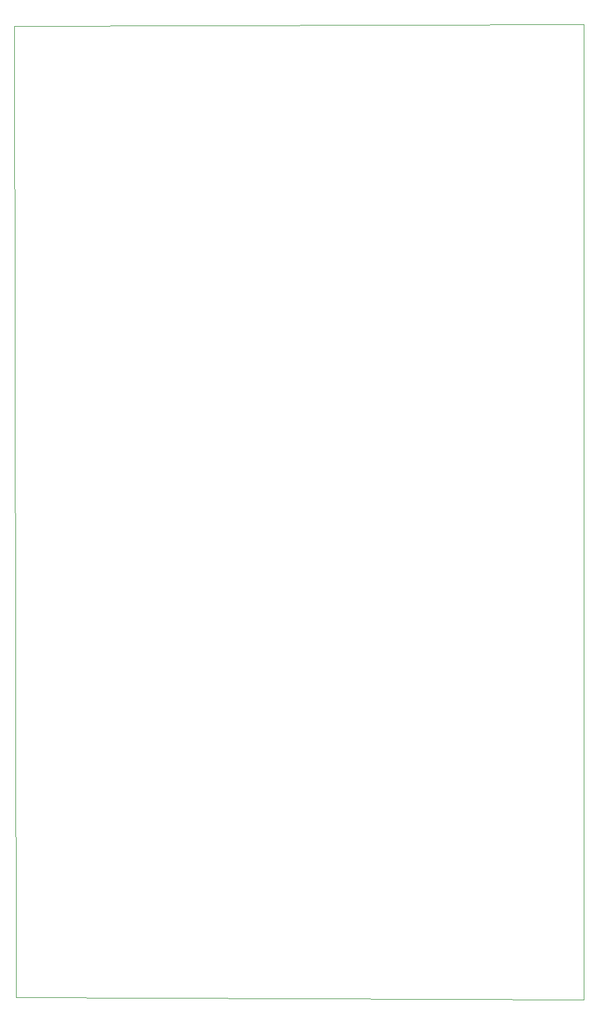
<source format=gbr>
%TF.GenerationSoftware,KiCad,Pcbnew,(5.1.6)-1*%
%TF.CreationDate,2021-06-01T12:00:34+02:00*%
%TF.ProjectId,CAN,43414e2e-6b69-4636-9164-5f7063625858,rev?*%
%TF.SameCoordinates,Original*%
%TF.FileFunction,Profile,NP*%
%FSLAX46Y46*%
G04 Gerber Fmt 4.6, Leading zero omitted, Abs format (unit mm)*
G04 Created by KiCad (PCBNEW (5.1.6)-1) date 2021-06-01 12:00:34*
%MOMM*%
%LPD*%
G01*
G04 APERTURE LIST*
%TA.AperFunction,Profile*%
%ADD10C,0.050000*%
%TD*%
G04 APERTURE END LIST*
D10*
X82580000Y-166290000D02*
X82370000Y-27640000D01*
X163640000Y-166570000D02*
X82580000Y-166290000D01*
X163650000Y-27440000D02*
X163640000Y-166570000D01*
X82370000Y-27640000D02*
X163650000Y-27440000D01*
M02*

</source>
